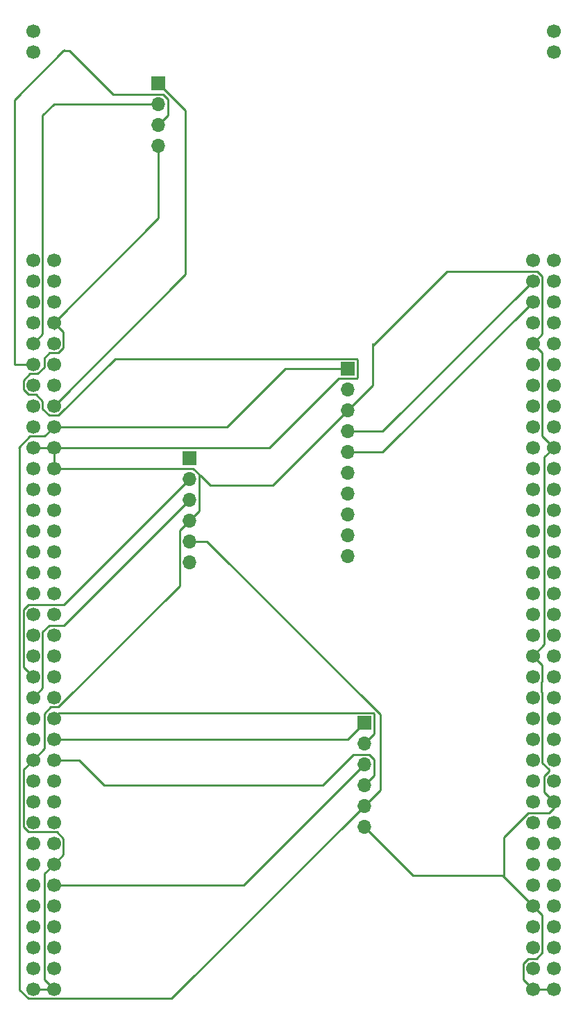
<source format=gbr>
%TF.GenerationSoftware,KiCad,Pcbnew,5.1.10-88a1d61d58~90~ubuntu20.04.1*%
%TF.CreationDate,2021-11-03T21:20:01-05:00*%
%TF.ProjectId,Backup,4261636b-7570-42e6-9b69-6361645f7063,rev?*%
%TF.SameCoordinates,Original*%
%TF.FileFunction,Copper,L1,Top*%
%TF.FilePolarity,Positive*%
%FSLAX46Y46*%
G04 Gerber Fmt 4.6, Leading zero omitted, Abs format (unit mm)*
G04 Created by KiCad (PCBNEW 5.1.10-88a1d61d58~90~ubuntu20.04.1) date 2021-11-03 21:20:01*
%MOMM*%
%LPD*%
G01*
G04 APERTURE LIST*
%TA.AperFunction,ComponentPad*%
%ADD10C,1.700000*%
%TD*%
%TA.AperFunction,ComponentPad*%
%ADD11R,1.700000X1.700000*%
%TD*%
%TA.AperFunction,ComponentPad*%
%ADD12O,1.700000X1.700000*%
%TD*%
%TA.AperFunction,Conductor*%
%ADD13C,0.250000*%
%TD*%
G04 APERTURE END LIST*
D10*
%TO.P,U1,148*%
%TO.N,N/C*%
X138141001Y-43163001D03*
%TO.P,U1,147*%
X138141001Y-40623001D03*
%TO.P,U1,146*%
X74641001Y-43163001D03*
%TO.P,U1,145*%
X74641001Y-40623001D03*
%TO.P,U1,144*%
%TO.N,GND*%
X138141001Y-157463001D03*
%TO.P,U1,143*%
X135601001Y-157463001D03*
%TO.P,U1,142*%
%TO.N,Net-(U1-Pad142)*%
X138141001Y-154923001D03*
%TO.P,U1,141*%
%TO.N,Net-(U1-Pad141)*%
X135601001Y-154923001D03*
%TO.P,U1,140*%
%TO.N,Net-(U1-Pad140)*%
X138141001Y-152383001D03*
%TO.P,U1,139*%
%TO.N,Net-(U1-Pad139)*%
X135601001Y-152383001D03*
%TO.P,U1,138*%
%TO.N,Net-(U1-Pad138)*%
X138141001Y-149843001D03*
%TO.P,U1,137*%
%TO.N,Net-(U1-Pad137)*%
X135601001Y-149843001D03*
%TO.P,U1,136*%
%TO.N,Net-(U1-Pad136)*%
X138141001Y-147303001D03*
%TO.P,U1,135*%
%TO.N,GND*%
X135601001Y-147303001D03*
%TO.P,U1,134*%
%TO.N,Net-(U1-Pad134)*%
X138141001Y-144763001D03*
%TO.P,U1,133*%
%TO.N,Net-(U1-Pad133)*%
X135601001Y-144763001D03*
%TO.P,U1,132*%
%TO.N,Net-(U1-Pad132)*%
X138141001Y-142223001D03*
%TO.P,U1,131*%
%TO.N,Net-(U1-Pad131)*%
X135601001Y-142223001D03*
%TO.P,U1,130*%
%TO.N,Net-(U1-Pad130)*%
X138141001Y-139683001D03*
%TO.P,U1,129*%
%TO.N,Net-(U1-Pad129)*%
X135601001Y-139683001D03*
%TO.P,U1,128*%
%TO.N,Net-(U1-Pad128)*%
X138141001Y-137143001D03*
%TO.P,U1,127*%
%TO.N,Net-(U1-Pad127)*%
X135601001Y-137143001D03*
%TO.P,U1,126*%
%TO.N,GND*%
X138141001Y-134603001D03*
%TO.P,U1,125*%
%TO.N,Net-(U1-Pad125)*%
X135601001Y-134603001D03*
%TO.P,U1,124*%
%TO.N,Net-(U1-Pad124)*%
X138141001Y-132063001D03*
%TO.P,U1,123*%
%TO.N,Net-(U1-Pad123)*%
X135601001Y-132063001D03*
%TO.P,U1,122*%
%TO.N,Net-(U1-Pad122)*%
X138141001Y-129523001D03*
%TO.P,U1,121*%
%TO.N,Net-(U1-Pad121)*%
X135601001Y-129523001D03*
%TO.P,U1,120*%
%TO.N,Net-(U1-Pad120)*%
X138141001Y-126983001D03*
%TO.P,U1,119*%
%TO.N,Net-(U1-Pad119)*%
X135601001Y-126983001D03*
%TO.P,U1,118*%
%TO.N,Net-(U1-Pad118)*%
X138141001Y-124443001D03*
%TO.P,U1,117*%
%TO.N,Net-(U1-Pad117)*%
X135601001Y-124443001D03*
%TO.P,U1,116*%
%TO.N,Net-(U1-Pad116)*%
X138141001Y-121903001D03*
%TO.P,U1,115*%
%TO.N,Net-(U1-Pad115)*%
X135601001Y-121903001D03*
%TO.P,U1,114*%
%TO.N,Net-(U1-Pad114)*%
X138141001Y-119363001D03*
%TO.P,U1,113*%
%TO.N,Net-(U1-Pad113)*%
X135601001Y-119363001D03*
%TO.P,U1,112*%
%TO.N,Net-(U1-Pad112)*%
X138141001Y-116823001D03*
%TO.P,U1,111*%
%TO.N,GND*%
X135601001Y-116823001D03*
%TO.P,U1,110*%
%TO.N,Net-(U1-Pad110)*%
X138141001Y-114283001D03*
%TO.P,U1,109*%
%TO.N,Net-(U1-Pad109)*%
X135601001Y-114283001D03*
%TO.P,U1,108*%
%TO.N,Net-(U1-Pad108)*%
X138141001Y-111743001D03*
%TO.P,U1,107*%
%TO.N,Net-(U1-Pad107)*%
X135601001Y-111743001D03*
%TO.P,U1,106*%
%TO.N,Net-(U1-Pad106)*%
X138141001Y-109203001D03*
%TO.P,U1,105*%
%TO.N,Net-(U1-Pad105)*%
X135601001Y-109203001D03*
%TO.P,U1,104*%
%TO.N,Net-(U1-Pad104)*%
X138141001Y-106663001D03*
%TO.P,U1,103*%
%TO.N,Net-(U1-Pad103)*%
X135601001Y-106663001D03*
%TO.P,U1,102*%
%TO.N,Net-(U1-Pad102)*%
X138141001Y-104123001D03*
%TO.P,U1,101*%
%TO.N,Net-(U1-Pad101)*%
X135601001Y-104123001D03*
%TO.P,U1,100*%
%TO.N,Net-(U1-Pad100)*%
X138141001Y-101583001D03*
%TO.P,U1,99*%
%TO.N,Net-(U1-Pad99)*%
X135601001Y-101583001D03*
%TO.P,U1,98*%
%TO.N,Net-(U1-Pad98)*%
X138141001Y-99043001D03*
%TO.P,U1,97*%
%TO.N,Net-(U1-Pad97)*%
X135601001Y-99043001D03*
%TO.P,U1,96*%
%TO.N,Net-(U1-Pad96)*%
X138141001Y-96503001D03*
%TO.P,U1,95*%
%TO.N,Net-(U1-Pad95)*%
X135601001Y-96503001D03*
%TO.P,U1,94*%
%TO.N,Net-(U1-Pad94)*%
X138141001Y-93963001D03*
%TO.P,U1,93*%
%TO.N,Net-(U1-Pad93)*%
X135601001Y-93963001D03*
%TO.P,U1,92*%
%TO.N,GND*%
X138141001Y-91423001D03*
%TO.P,U1,91*%
%TO.N,Net-(U1-Pad91)*%
X135601001Y-91423001D03*
%TO.P,U1,90*%
%TO.N,Net-(U1-Pad90)*%
X138141001Y-88883001D03*
%TO.P,U1,89*%
%TO.N,Net-(U1-Pad89)*%
X135601001Y-88883001D03*
%TO.P,U1,88*%
%TO.N,Net-(U1-Pad88)*%
X138141001Y-86343001D03*
%TO.P,U1,87*%
%TO.N,Net-(U1-Pad87)*%
X135601001Y-86343001D03*
%TO.P,U1,86*%
%TO.N,Net-(U1-Pad86)*%
X138141001Y-83803001D03*
%TO.P,U1,85*%
%TO.N,Net-(U1-Pad85)*%
X135601001Y-83803001D03*
%TO.P,U1,84*%
%TO.N,Net-(U1-Pad84)*%
X138141001Y-81263001D03*
%TO.P,U1,83*%
%TO.N,Net-(U1-Pad83)*%
X135601001Y-81263001D03*
%TO.P,U1,82*%
%TO.N,Net-(U1-Pad82)*%
X138141001Y-78723001D03*
%TO.P,U1,81*%
%TO.N,GND*%
X135601001Y-78723001D03*
%TO.P,U1,80*%
%TO.N,Net-(U1-Pad80)*%
X138141001Y-76183001D03*
%TO.P,U1,79*%
%TO.N,Net-(U1-Pad79)*%
X135601001Y-76183001D03*
%TO.P,U1,78*%
%TO.N,Net-(U1-Pad78)*%
X138141001Y-73643001D03*
%TO.P,U1,77*%
%TO.N,GY80_I2C_SDA*%
X135601001Y-73643001D03*
%TO.P,U1,76*%
%TO.N,Net-(U1-Pad76)*%
X138141001Y-71103001D03*
%TO.P,U1,75*%
%TO.N,GY80_I2C_SCL*%
X135601001Y-71103001D03*
%TO.P,U1,74*%
%TO.N,Net-(U1-Pad74)*%
X138141001Y-68563001D03*
%TO.P,U1,73*%
%TO.N,Net-(U1-Pad73)*%
X135601001Y-68563001D03*
%TO.P,U1,72*%
%TO.N,GND*%
X77181001Y-157463001D03*
%TO.P,U1,71*%
X74641001Y-157463001D03*
%TO.P,U1,70*%
%TO.N,Net-(U1-Pad70)*%
X77181001Y-154923001D03*
%TO.P,U1,69*%
%TO.N,Net-(U1-Pad69)*%
X74641001Y-154923001D03*
%TO.P,U1,68*%
%TO.N,Net-(U1-Pad68)*%
X77181001Y-152383001D03*
%TO.P,U1,67*%
%TO.N,Net-(U1-Pad67)*%
X74641001Y-152383001D03*
%TO.P,U1,66*%
%TO.N,Net-(U1-Pad66)*%
X77181001Y-149843001D03*
%TO.P,U1,65*%
%TO.N,Net-(U1-Pad65)*%
X74641001Y-149843001D03*
%TO.P,U1,64*%
%TO.N,Net-(U1-Pad64)*%
X77181001Y-147303001D03*
%TO.P,U1,63*%
%TO.N,Net-(U1-Pad63)*%
X74641001Y-147303001D03*
%TO.P,U1,62*%
%TO.N,SD_SPI_MOSI*%
X77181001Y-144763001D03*
%TO.P,U1,61*%
%TO.N,Net-(U1-Pad61)*%
X74641001Y-144763001D03*
%TO.P,U1,60*%
%TO.N,GND*%
X77181001Y-142223001D03*
%TO.P,U1,59*%
%TO.N,Net-(U1-Pad59)*%
X74641001Y-142223001D03*
%TO.P,U1,58*%
%TO.N,Net-(U1-Pad58)*%
X77181001Y-139683001D03*
%TO.P,U1,57*%
%TO.N,Net-(U1-Pad57)*%
X74641001Y-139683001D03*
%TO.P,U1,56*%
%TO.N,Net-(U1-Pad56)*%
X77181001Y-137143001D03*
%TO.P,U1,55*%
%TO.N,Net-(U1-Pad55)*%
X74641001Y-137143001D03*
%TO.P,U1,54*%
%TO.N,Net-(U1-Pad54)*%
X77181001Y-134603001D03*
%TO.P,U1,53*%
%TO.N,Net-(U1-Pad53)*%
X74641001Y-134603001D03*
%TO.P,U1,52*%
%TO.N,Net-(U1-Pad52)*%
X77181001Y-132063001D03*
%TO.P,U1,51*%
%TO.N,Net-(U1-Pad51)*%
X74641001Y-132063001D03*
%TO.P,U1,50*%
%TO.N,SD_SPI_MISO*%
X77181001Y-129523001D03*
%TO.P,U1,49*%
%TO.N,GND*%
X74641001Y-129523001D03*
%TO.P,U1,48*%
%TO.N,SD_SPI_CS*%
X77181001Y-126983001D03*
%TO.P,U1,47*%
%TO.N,Net-(U1-Pad47)*%
X74641001Y-126983001D03*
%TO.P,U1,46*%
%TO.N,SD_SPI_SCK*%
X77181001Y-124443001D03*
%TO.P,U1,45*%
%TO.N,Net-(U1-Pad45)*%
X74641001Y-124443001D03*
%TO.P,U1,44*%
%TO.N,Net-(U1-Pad44)*%
X77181001Y-121903001D03*
%TO.P,U1,43*%
%TO.N,HC05_UART_TX*%
X74641001Y-121903001D03*
%TO.P,U1,42*%
%TO.N,Net-(U1-Pad42)*%
X77181001Y-119363001D03*
%TO.P,U1,41*%
%TO.N,HC05_UART_RX*%
X74641001Y-119363001D03*
%TO.P,U1,40*%
%TO.N,Net-(U1-Pad40)*%
X77181001Y-116823001D03*
%TO.P,U1,39*%
%TO.N,Net-(U1-Pad39)*%
X74641001Y-116823001D03*
%TO.P,U1,38*%
%TO.N,Net-(U1-Pad38)*%
X77181001Y-114283001D03*
%TO.P,U1,37*%
%TO.N,Net-(U1-Pad37)*%
X74641001Y-114283001D03*
%TO.P,U1,36*%
%TO.N,Net-(U1-Pad36)*%
X77181001Y-111743001D03*
%TO.P,U1,35*%
%TO.N,Net-(U1-Pad35)*%
X74641001Y-111743001D03*
%TO.P,U1,34*%
%TO.N,Net-(U1-Pad34)*%
X77181001Y-109203001D03*
%TO.P,U1,33*%
%TO.N,Net-(U1-Pad33)*%
X74641001Y-109203001D03*
%TO.P,U1,32*%
%TO.N,Net-(U1-Pad32)*%
X77181001Y-106663001D03*
%TO.P,U1,31*%
%TO.N,Net-(U1-Pad31)*%
X74641001Y-106663001D03*
%TO.P,U1,30*%
%TO.N,Net-(U1-Pad30)*%
X77181001Y-104123001D03*
%TO.P,U1,29*%
%TO.N,Net-(U1-Pad29)*%
X74641001Y-104123001D03*
%TO.P,U1,28*%
%TO.N,Net-(U1-Pad28)*%
X77181001Y-101583001D03*
%TO.P,U1,27*%
%TO.N,Net-(U1-Pad27)*%
X74641001Y-101583001D03*
%TO.P,U1,26*%
%TO.N,Net-(U1-Pad26)*%
X77181001Y-99043001D03*
%TO.P,U1,25*%
%TO.N,Net-(U1-Pad25)*%
X74641001Y-99043001D03*
%TO.P,U1,24*%
%TO.N,Net-(U1-Pad24)*%
X77181001Y-96503001D03*
%TO.P,U1,23*%
%TO.N,Net-(U1-Pad23)*%
X74641001Y-96503001D03*
%TO.P,U1,22*%
%TO.N,GND*%
X77181001Y-93963001D03*
%TO.P,U1,21*%
%TO.N,Net-(U1-Pad21)*%
X74641001Y-93963001D03*
%TO.P,U1,20*%
%TO.N,GND*%
X77181001Y-91423001D03*
%TO.P,U1,19*%
X74641001Y-91423001D03*
%TO.P,U1,18*%
%TO.N,+5V*%
X77181001Y-88883001D03*
%TO.P,U1,17*%
%TO.N,Net-(U1-Pad17)*%
X74641001Y-88883001D03*
%TO.P,U1,16*%
%TO.N,+3V3*%
X77181001Y-86343001D03*
%TO.P,U1,15*%
%TO.N,Net-(U1-Pad15)*%
X74641001Y-86343001D03*
%TO.P,U1,14*%
%TO.N,Net-(U1-Pad14)*%
X77181001Y-83803001D03*
%TO.P,U1,13*%
%TO.N,Net-(U1-Pad13)*%
X74641001Y-83803001D03*
%TO.P,U1,12*%
%TO.N,Net-(U1-Pad12)*%
X77181001Y-81263001D03*
%TO.P,U1,11*%
%TO.N,GPS_UART_RX*%
X74641001Y-81263001D03*
%TO.P,U1,10*%
%TO.N,Net-(U1-Pad10)*%
X77181001Y-78723001D03*
%TO.P,U1,9*%
%TO.N,GPS_UART_TX*%
X74641001Y-78723001D03*
%TO.P,U1,8*%
%TO.N,GND*%
X77181001Y-76183001D03*
%TO.P,U1,7*%
%TO.N,Net-(U1-Pad7)*%
X74641001Y-76183001D03*
%TO.P,U1,6*%
%TO.N,Net-(U1-Pad6)*%
X77181001Y-73643001D03*
%TO.P,U1,5*%
%TO.N,Net-(U1-Pad5)*%
X74641001Y-73643001D03*
%TO.P,U1,4*%
%TO.N,Net-(U1-Pad4)*%
X77181001Y-71103001D03*
%TO.P,U1,3*%
%TO.N,Net-(U1-Pad3)*%
X74641001Y-71103001D03*
%TO.P,U1,2*%
%TO.N,Net-(U1-Pad2)*%
X77181001Y-68563001D03*
%TO.P,U1,1*%
%TO.N,Net-(U1-Pad1)*%
X74641001Y-68563001D03*
%TD*%
D11*
%TO.P,IMU,1*%
%TO.N,+5V*%
X113030000Y-81788000D03*
D12*
%TO.P,IMU,2*%
%TO.N,Net-(J1-Pad2)*%
X113030000Y-84328000D03*
%TO.P,IMU,3*%
%TO.N,GND*%
X113030000Y-86868000D03*
%TO.P,IMU,4*%
%TO.N,GY80_I2C_SCL*%
X113030000Y-89408000D03*
%TO.P,IMU,5*%
%TO.N,GY80_I2C_SDA*%
X113030000Y-91948000D03*
%TO.P,IMU,6*%
%TO.N,Net-(J1-Pad6)*%
X113030000Y-94488000D03*
%TO.P,IMU,7*%
%TO.N,Net-(J1-Pad7)*%
X113030000Y-97028000D03*
%TO.P,IMU,8*%
%TO.N,Net-(J1-Pad8)*%
X113030000Y-99568000D03*
%TO.P,IMU,9*%
%TO.N,Net-(J1-Pad9)*%
X113030000Y-102108000D03*
%TO.P,IMU,10*%
%TO.N,Net-(J1-Pad10)*%
X113030000Y-104648000D03*
%TD*%
D11*
%TO.P,GPS,1*%
%TO.N,+3V3*%
X89916000Y-46990000D03*
D12*
%TO.P,GPS,2*%
%TO.N,GPS_UART_TX*%
X89916000Y-49530000D03*
%TO.P,GPS,3*%
%TO.N,GPS_UART_RX*%
X89916000Y-52070000D03*
%TO.P,GPS,4*%
%TO.N,GND*%
X89916000Y-54610000D03*
%TD*%
D11*
%TO.P,BLUETOOTH,1*%
%TO.N,Net-(J3-Pad1)*%
X93726000Y-92710000D03*
D12*
%TO.P,BLUETOOTH,2*%
%TO.N,HC05_UART_RX*%
X93726000Y-95250000D03*
%TO.P,BLUETOOTH,3*%
%TO.N,HC05_UART_TX*%
X93726000Y-97790000D03*
%TO.P,BLUETOOTH,4*%
%TO.N,GND*%
X93726000Y-100330000D03*
%TO.P,BLUETOOTH,5*%
%TO.N,+5V*%
X93726000Y-102870000D03*
%TO.P,BLUETOOTH,6*%
%TO.N,Net-(J3-Pad6)*%
X93726000Y-105410000D03*
%TD*%
%TO.P,SD,6*%
%TO.N,GND*%
X115062000Y-137668000D03*
%TO.P,SD,5*%
%TO.N,+5V*%
X115062000Y-135128000D03*
%TO.P,SD,4*%
%TO.N,SD_SPI_MISO*%
X115062000Y-132588000D03*
%TO.P,SD,3*%
%TO.N,SD_SPI_MOSI*%
X115062000Y-130048000D03*
%TO.P,SD,2*%
%TO.N,SD_SPI_SCK*%
X115062000Y-127508000D03*
D11*
%TO.P,SD,1*%
%TO.N,SD_SPI_CS*%
X115062000Y-124968000D03*
%TD*%
D13*
%TO.N,+5V*%
X92184003Y-88883001D02*
X92201002Y-88900000D01*
X77181001Y-88883001D02*
X92184003Y-88883001D01*
X92201002Y-88900000D02*
X98298000Y-88900000D01*
X105410000Y-81788000D02*
X98298000Y-88900000D01*
X113030000Y-81788000D02*
X105410000Y-81788000D01*
X117016002Y-133173998D02*
X115062000Y-135128000D01*
X117016002Y-124000590D02*
X117016002Y-133173998D01*
X95885412Y-102870000D02*
X117016002Y-124000590D01*
X93726000Y-102870000D02*
X95885412Y-102870000D01*
X74077000Y-158638002D02*
X73015991Y-157576993D01*
X91551998Y-158638002D02*
X74077000Y-158638002D01*
X115062000Y-135128000D02*
X91551998Y-158638002D01*
X74266998Y-90058002D02*
X72898000Y-91427000D01*
X76006000Y-90058002D02*
X74266998Y-90058002D01*
X77181001Y-88883001D02*
X76006000Y-90058002D01*
X73015991Y-91544991D02*
X73015991Y-94097991D01*
X72898000Y-91427000D02*
X73015991Y-91544991D01*
X73015991Y-94097991D02*
X73015991Y-93849009D01*
X73015991Y-157576993D02*
X73015991Y-94097991D01*
%TO.N,GND*%
X89916000Y-63448002D02*
X89916000Y-54610000D01*
X77181001Y-76183001D02*
X89916000Y-63448002D01*
X77181001Y-76183001D02*
X77181001Y-76983999D01*
X94901001Y-99154999D02*
X93726000Y-100330000D01*
X94178003Y-93963001D02*
X94901001Y-94685999D01*
X77181001Y-93963001D02*
X94178003Y-93963001D01*
X116094999Y-78723001D02*
X116078000Y-78740000D01*
X116078000Y-83820000D02*
X113030000Y-86868000D01*
X74641001Y-157463001D02*
X77181001Y-157463001D01*
X76006000Y-143398002D02*
X77181001Y-142223001D01*
X76006000Y-156288000D02*
X76006000Y-143398002D01*
X77181001Y-157463001D02*
X76006000Y-156288000D01*
X120982000Y-143588000D02*
X131886000Y-143588000D01*
X115062000Y-137668000D02*
X120982000Y-143588000D01*
X135037000Y-135968000D02*
X132080000Y-138925000D01*
X137577000Y-135968000D02*
X135037000Y-135968000D01*
X138141001Y-135403999D02*
X137577000Y-135968000D01*
X138141001Y-134603001D02*
X138141001Y-135403999D01*
X132080000Y-140441002D02*
X132071000Y-140450002D01*
X132071000Y-140450002D02*
X132071000Y-143773000D01*
X132080000Y-138925000D02*
X132080000Y-140441002D01*
X132071000Y-143773000D02*
X135601001Y-147303001D01*
X131886000Y-143588000D02*
X132071000Y-143773000D01*
X134426000Y-156288000D02*
X135601001Y-157463001D01*
X134426000Y-154359000D02*
X134426000Y-156288000D01*
X135037000Y-153748000D02*
X134426000Y-154359000D01*
X136066000Y-153748000D02*
X135037000Y-153748000D01*
X136776002Y-153037998D02*
X136066000Y-153748000D01*
X136776002Y-148478002D02*
X136776002Y-153037998D01*
X135601001Y-147303001D02*
X136776002Y-148478002D01*
X135601001Y-157463001D02*
X138141001Y-157463001D01*
X136776002Y-117998002D02*
X135601001Y-116823001D01*
X136776002Y-119927002D02*
X136776002Y-117998002D01*
X136776002Y-121339000D02*
X136652000Y-121214998D01*
X136652000Y-121214998D02*
X136652000Y-120051004D01*
X136776002Y-129897004D02*
X136776002Y-121339000D01*
X137577000Y-130698002D02*
X136776002Y-129897004D01*
X137577000Y-130888000D02*
X137577000Y-130698002D01*
X136652000Y-120051004D02*
X136776002Y-119927002D01*
X136966000Y-131499000D02*
X137577000Y-130888000D01*
X136966000Y-133428000D02*
X136966000Y-131499000D01*
X138141001Y-134603001D02*
X136966000Y-133428000D01*
X136966000Y-115458002D02*
X135601001Y-116823001D01*
X136966000Y-92598002D02*
X136966000Y-115458002D01*
X138141001Y-91423001D02*
X136966000Y-92598002D01*
X136776002Y-90058002D02*
X138141001Y-91423001D01*
X136776002Y-79898002D02*
X136776002Y-90058002D01*
X135601001Y-78723001D02*
X136776002Y-79898002D01*
X136165002Y-69928000D02*
X125144000Y-69928000D01*
X125144000Y-69928000D02*
X116078000Y-78994000D01*
X136776002Y-70539000D02*
X136165002Y-69928000D01*
X136776002Y-77548000D02*
X136776002Y-70539000D01*
X135601001Y-78723001D02*
X136776002Y-77548000D01*
X116078000Y-78994000D02*
X116078000Y-83820000D01*
X116078000Y-78740000D02*
X116078000Y-78994000D01*
X113030000Y-86868000D02*
X103886000Y-96012000D01*
X103886000Y-96012000D02*
X96227002Y-96012000D01*
X95052001Y-94836999D02*
X94901001Y-94836999D01*
X96227002Y-96012000D02*
X95052001Y-94836999D01*
X94901001Y-94836999D02*
X94901001Y-99154999D01*
X94901001Y-94685999D02*
X94901001Y-94836999D01*
X73466000Y-130698002D02*
X74641001Y-129523001D01*
X73466000Y-137707002D02*
X73466000Y-130698002D01*
X74077000Y-138318002D02*
X73466000Y-137707002D01*
X77555004Y-138318002D02*
X74077000Y-138318002D01*
X78356002Y-139119000D02*
X77555004Y-138318002D01*
X78356002Y-141048000D02*
X78356002Y-139119000D01*
X77181001Y-142223001D02*
X78356002Y-141048000D01*
X92550999Y-101505001D02*
X93726000Y-100330000D01*
X92550999Y-108272005D02*
X92550999Y-101505001D01*
X77745002Y-123078002D02*
X92550999Y-108272005D01*
X76819998Y-123078002D02*
X77745002Y-123078002D01*
X76006000Y-128158002D02*
X76006000Y-123892000D01*
X76006000Y-123892000D02*
X76819998Y-123078002D01*
X74641001Y-129523001D02*
X76006000Y-128158002D01*
X77181001Y-91423001D02*
X77181001Y-93963001D01*
X77181001Y-91423001D02*
X74641001Y-91423001D01*
X78356002Y-77358002D02*
X77181001Y-76183001D01*
X76617000Y-79898002D02*
X77745002Y-79898002D01*
X76006000Y-80509002D02*
X76617000Y-79898002D01*
X76006000Y-81637004D02*
X76006000Y-80509002D01*
X75205002Y-82438002D02*
X76006000Y-81637004D01*
X74266998Y-82438002D02*
X75205002Y-82438002D01*
X78356002Y-79287002D02*
X78356002Y-77358002D01*
X73466000Y-83239000D02*
X74266998Y-82438002D01*
X77745002Y-79898002D02*
X78356002Y-79287002D01*
X73466000Y-84367002D02*
X73466000Y-83239000D01*
X75015004Y-84978002D02*
X74077000Y-84978002D01*
X75816002Y-85779000D02*
X75015004Y-84978002D01*
X75816002Y-86717004D02*
X75816002Y-85779000D01*
X76617000Y-87518002D02*
X75816002Y-86717004D01*
X77745002Y-87518002D02*
X76617000Y-87518002D01*
X114140001Y-80612999D02*
X84650005Y-80612999D01*
X114205001Y-80677999D02*
X114140001Y-80612999D01*
X114140001Y-82963001D02*
X114205001Y-82898001D01*
X111919999Y-82963001D02*
X114140001Y-82963001D01*
X114205001Y-82898001D02*
X114205001Y-80677999D01*
X103459999Y-91423001D02*
X111919999Y-82963001D01*
X74077000Y-84978002D02*
X73466000Y-84367002D01*
X84650005Y-80612999D02*
X77745002Y-87518002D01*
X77181001Y-91423001D02*
X103459999Y-91423001D01*
%TO.N,GY80_I2C_SCL*%
X117296002Y-89408000D02*
X135601001Y-71103001D01*
X113030000Y-89408000D02*
X117296002Y-89408000D01*
%TO.N,GY80_I2C_SDA*%
X117296002Y-91948000D02*
X135601001Y-73643001D01*
X113030000Y-91948000D02*
X117296002Y-91948000D01*
%TO.N,+3V3*%
X93218000Y-70306002D02*
X77181001Y-86343001D01*
X93218000Y-50292000D02*
X93218000Y-70306002D01*
X89916000Y-46990000D02*
X93218000Y-50292000D01*
%TO.N,GPS_UART_TX*%
X75816002Y-77548000D02*
X75816002Y-50929998D01*
X74641001Y-78723001D02*
X75816002Y-77548000D01*
X77216000Y-49530000D02*
X89916000Y-49530000D01*
X75816002Y-50929998D02*
X77216000Y-49530000D01*
%TO.N,GPS_UART_RX*%
X72406999Y-81263001D02*
X72406999Y-49005001D01*
X74641001Y-81263001D02*
X72406999Y-81263001D01*
X91091001Y-50894999D02*
X89916000Y-52070000D01*
X91091001Y-48965999D02*
X91091001Y-50894999D01*
X90480001Y-48354999D02*
X91091001Y-48965999D01*
X84422999Y-48354999D02*
X90480001Y-48354999D01*
X72406999Y-49005001D02*
X78359000Y-43053000D01*
X79121000Y-43053000D02*
X84422999Y-48354999D01*
X78359000Y-43053000D02*
X79121000Y-43053000D01*
X78359000Y-43053000D02*
X78486000Y-42926000D01*
%TO.N,HC05_UART_RX*%
X73466000Y-118188000D02*
X74641001Y-119363001D01*
X73466000Y-111179000D02*
X73466000Y-118188000D01*
X78408000Y-110568000D02*
X74077000Y-110568000D01*
X74077000Y-110568000D02*
X73466000Y-111179000D01*
X93726000Y-95250000D02*
X78408000Y-110568000D01*
%TO.N,HC05_UART_TX*%
X75816002Y-120728000D02*
X74641001Y-121903001D01*
X75816002Y-113908998D02*
X75816002Y-120728000D01*
X76617000Y-113108000D02*
X75816002Y-113908998D01*
X78408000Y-113108000D02*
X76617000Y-113108000D01*
X93726000Y-97790000D02*
X78408000Y-113108000D01*
%TO.N,SD_SPI_MISO*%
X77181001Y-129523001D02*
X80247001Y-129523001D01*
X83312000Y-132588000D02*
X109982000Y-132588000D01*
X80247001Y-129523001D02*
X83312000Y-132588000D01*
X116237001Y-131412999D02*
X115062000Y-132588000D01*
X116237001Y-129483999D02*
X116237001Y-131412999D01*
X115626001Y-128872999D02*
X116237001Y-129483999D01*
X113697001Y-128872999D02*
X115626001Y-128872999D01*
X109982000Y-132588000D02*
X113697001Y-128872999D01*
%TO.N,SD_SPI_MOSI*%
X100346999Y-144763001D02*
X115062000Y-130048000D01*
X77181001Y-144763001D02*
X100346999Y-144763001D01*
%TO.N,SD_SPI_SCK*%
X77831003Y-123792999D02*
X77181001Y-124443001D01*
X116172001Y-123792999D02*
X77831003Y-123792999D01*
X116237001Y-123857999D02*
X116172001Y-123792999D01*
X116237001Y-126332999D02*
X116237001Y-123857999D01*
X115062000Y-127508000D02*
X116237001Y-126332999D01*
%TO.N,SD_SPI_CS*%
X113046999Y-126983001D02*
X115062000Y-124968000D01*
X77181001Y-126983001D02*
X113046999Y-126983001D01*
%TD*%
M02*

</source>
